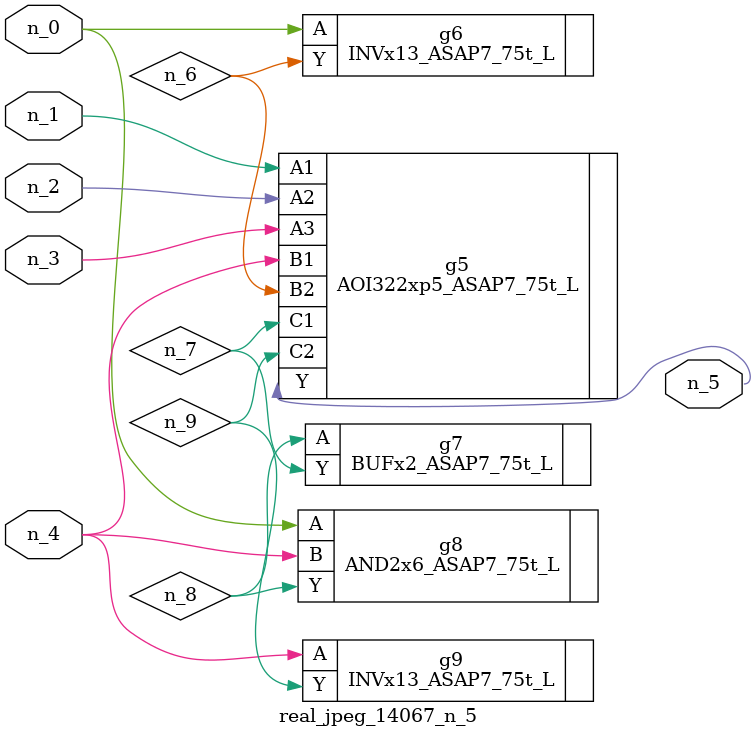
<source format=v>
module real_jpeg_14067_n_5 (n_4, n_0, n_1, n_2, n_3, n_5);

input n_4;
input n_0;
input n_1;
input n_2;
input n_3;

output n_5;

wire n_8;
wire n_6;
wire n_7;
wire n_9;

INVx13_ASAP7_75t_L g6 ( 
.A(n_0),
.Y(n_6)
);

AND2x6_ASAP7_75t_L g8 ( 
.A(n_0),
.B(n_4),
.Y(n_8)
);

AOI322xp5_ASAP7_75t_L g5 ( 
.A1(n_1),
.A2(n_2),
.A3(n_3),
.B1(n_4),
.B2(n_6),
.C1(n_7),
.C2(n_9),
.Y(n_5)
);

INVx13_ASAP7_75t_L g9 ( 
.A(n_4),
.Y(n_9)
);

BUFx2_ASAP7_75t_L g7 ( 
.A(n_8),
.Y(n_7)
);


endmodule
</source>
